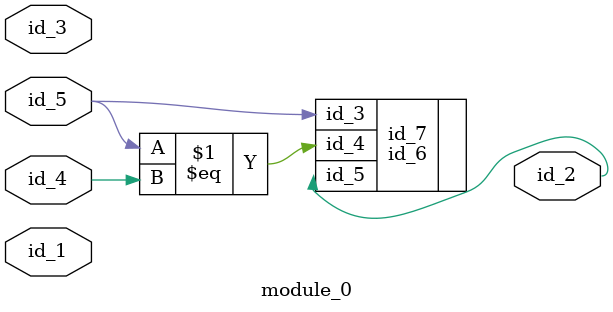
<source format=v>
module module_0 (
    id_1,
    id_2,
    id_3,
    id_4,
    id_5
);
  input id_5;
  input id_4;
  input id_3;
  output id_2;
  input id_1;
  id_6 id_7 (
      .id_5(id_2),
      .id_3(id_5),
      .id_4(id_5 == id_4)
  );
endmodule

</source>
